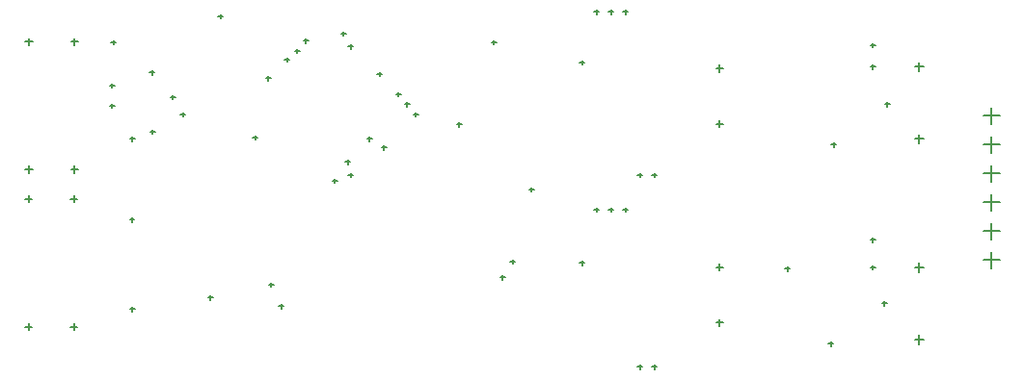
<source format=gbr>
%TF.GenerationSoftware,Altium Limited,Altium Designer,22.1.2 (22)*%
G04 Layer_Color=128*
%FSLAX44Y44*%
%MOMM*%
%TF.SameCoordinates,D2A5B157-11BA-4D30-A4C3-CA4352B12235*%
%TF.FilePolarity,Positive*%
%TF.FileFunction,Drillmap*%
%TF.Part,Single*%
G01*
G75*
%TA.AperFunction,NonConductor*%
%ADD50C,0.1270*%
D50*
X297000Y1076200D02*
X303000D01*
X300000Y1073200D02*
Y1079200D01*
X337000Y963800D02*
X343000D01*
X340000Y960800D02*
Y966800D01*
X337000Y1076200D02*
X343000D01*
X340000Y1073200D02*
Y1079200D01*
X297000Y963800D02*
X303000D01*
X300000Y960800D02*
Y966800D01*
X297360Y1214760D02*
X303360D01*
X300360Y1211760D02*
Y1217760D01*
X337360Y1102360D02*
X343360D01*
X340360Y1099360D02*
Y1105360D01*
X337360Y1214760D02*
X343360D01*
X340360Y1211760D02*
Y1217760D01*
X297360Y1102360D02*
X303360D01*
X300360Y1099360D02*
Y1105360D01*
X903630Y1016270D02*
X909930D01*
X906780Y1013120D02*
Y1019420D01*
X903630Y967470D02*
X909930D01*
X906780Y964320D02*
Y970620D01*
X1078040Y952500D02*
X1086040D01*
X1082040Y948500D02*
Y956500D01*
X1078040Y1016000D02*
X1086040D01*
X1082040Y1012000D02*
Y1020000D01*
X903630Y1191260D02*
X909930D01*
X906780Y1188110D02*
Y1194410D01*
X903630Y1142460D02*
X909930D01*
X906780Y1139310D02*
Y1145610D01*
X1078040Y1129030D02*
X1086040D01*
X1082040Y1125030D02*
Y1133030D01*
X1078040Y1192530D02*
X1086040D01*
X1082040Y1188530D02*
Y1196530D01*
X1138540Y1022350D02*
X1152540D01*
X1145540Y1015350D02*
Y1029350D01*
X1138540Y1149350D02*
X1152540D01*
X1145540Y1142350D02*
Y1156350D01*
X1138540Y1123950D02*
X1152540D01*
X1145540Y1116950D02*
Y1130950D01*
X1138540Y1098550D02*
X1152540D01*
X1145540Y1091550D02*
Y1105550D01*
X1138540Y1073150D02*
X1152540D01*
X1145540Y1066150D02*
Y1080150D01*
X1138540Y1047750D02*
X1152540D01*
X1145540Y1040750D02*
Y1054750D01*
X389000Y1058000D02*
X393000D01*
X391000Y1056000D02*
Y1060000D01*
X847630Y928370D02*
X851630D01*
X849630Y926370D02*
Y930370D01*
X834930Y928370D02*
X838930D01*
X836930Y926370D02*
Y930370D01*
X424720Y1165860D02*
X428720D01*
X426720Y1163860D02*
Y1167860D01*
X739680Y1084580D02*
X743680D01*
X741680Y1082580D02*
Y1086580D01*
X371380Y1158240D02*
X375380D01*
X373380Y1156240D02*
Y1160240D01*
X714280Y1007110D02*
X718280D01*
X716280Y1005110D02*
Y1009110D01*
X964470Y1014730D02*
X968470D01*
X966470Y1012730D02*
Y1016730D01*
X457740Y989330D02*
X461740D01*
X459740Y987330D02*
Y991330D01*
X723170Y1021080D02*
X727170D01*
X725170Y1019080D02*
Y1023080D01*
X1005110Y1123950D02*
X1009110D01*
X1007110Y1121950D02*
Y1125950D01*
X1002570Y948690D02*
X1006570D01*
X1004570Y946690D02*
Y950690D01*
X1052100Y1159510D02*
X1056100D01*
X1054100Y1157510D02*
Y1161510D01*
X1049560Y984250D02*
X1053560D01*
X1051560Y982250D02*
Y986250D01*
X1039400Y1016000D02*
X1043400D01*
X1041400Y1014000D02*
Y1018000D01*
X1039400Y1192530D02*
X1043400D01*
X1041400Y1190530D02*
Y1194530D01*
X1039400Y1040130D02*
X1043400D01*
X1041400Y1038130D02*
Y1042130D01*
X1039400Y1211580D02*
X1043400D01*
X1041400Y1209580D02*
Y1213580D01*
X533940Y1206500D02*
X537940D01*
X535940Y1204500D02*
Y1208500D01*
X525050Y1198880D02*
X529050D01*
X527050Y1196880D02*
Y1200880D01*
X371380Y1176020D02*
X375380D01*
X373380Y1174020D02*
Y1178020D01*
X406940Y1135380D02*
X410940D01*
X408940Y1133380D02*
Y1137380D01*
X389160Y1129030D02*
X393160D01*
X391160Y1127030D02*
Y1131030D01*
X606330Y1186180D02*
X610330D01*
X608330Y1184180D02*
Y1188180D01*
X638080Y1150620D02*
X642080D01*
X640080Y1148620D02*
Y1152620D01*
X630460Y1159510D02*
X634460D01*
X632460Y1157510D02*
Y1161510D01*
X622840Y1168400D02*
X626840D01*
X624840Y1166400D02*
Y1170400D01*
X610140Y1121410D02*
X614140D01*
X612140Y1119410D02*
Y1123410D01*
X580930Y1097280D02*
X584930D01*
X582930Y1095280D02*
Y1099280D01*
X578390Y1108710D02*
X582390D01*
X580390Y1106710D02*
Y1110710D01*
X566960Y1092200D02*
X570960D01*
X568960Y1090200D02*
Y1094200D01*
X466630Y1236980D02*
X470630D01*
X468630Y1234980D02*
Y1238980D01*
X389160Y979170D02*
X393160D01*
X391160Y977170D02*
Y981170D01*
X541560Y1215390D02*
X545560D01*
X543560Y1213390D02*
Y1217390D01*
X372650Y1214120D02*
X376650D01*
X374650Y1212120D02*
Y1216120D01*
X676180Y1141730D02*
X680180D01*
X678180Y1139730D02*
Y1143730D01*
X706660Y1214120D02*
X710660D01*
X708660Y1212120D02*
Y1216120D01*
X497110Y1130300D02*
X501110D01*
X499110Y1128300D02*
Y1132300D01*
X406480Y1187570D02*
X410480D01*
X408480Y1185570D02*
Y1189570D01*
X847630Y1097280D02*
X851630D01*
X849630Y1095280D02*
Y1099280D01*
X834930Y1097280D02*
X838930D01*
X836930Y1095280D02*
Y1099280D01*
X784130Y1019810D02*
X788130D01*
X786130Y1017810D02*
Y1021810D01*
X784130Y1196340D02*
X788130D01*
X786130Y1194340D02*
Y1198340D01*
X508540Y1182370D02*
X512540D01*
X510540Y1180370D02*
Y1184370D01*
X822230Y1066800D02*
X826230D01*
X824230Y1064800D02*
Y1068800D01*
X809530Y1066800D02*
X813530D01*
X811530Y1064800D02*
Y1068800D01*
X796830Y1066800D02*
X800830D01*
X798830Y1064800D02*
Y1068800D01*
X822230Y1240790D02*
X826230D01*
X824230Y1238790D02*
Y1242790D01*
X809530Y1240790D02*
X813530D01*
X811530Y1238790D02*
Y1242790D01*
X796830Y1240790D02*
X800830D01*
X798830Y1238790D02*
Y1242790D01*
X433610Y1150620D02*
X437610D01*
X435610Y1148620D02*
Y1152620D01*
X574580Y1221740D02*
X578580D01*
X576580Y1219740D02*
Y1223740D01*
X580930Y1210310D02*
X584930D01*
X582930Y1208310D02*
Y1212310D01*
X597440Y1129030D02*
X601440D01*
X599440Y1127030D02*
Y1131030D01*
X511080Y1000760D02*
X515080D01*
X513080Y998760D02*
Y1002760D01*
X519970Y981710D02*
X523970D01*
X521970Y979710D02*
Y983710D01*
%TF.MD5,11d47e19c475d66c8b0c32dcef3fa4ef*%
M02*

</source>
